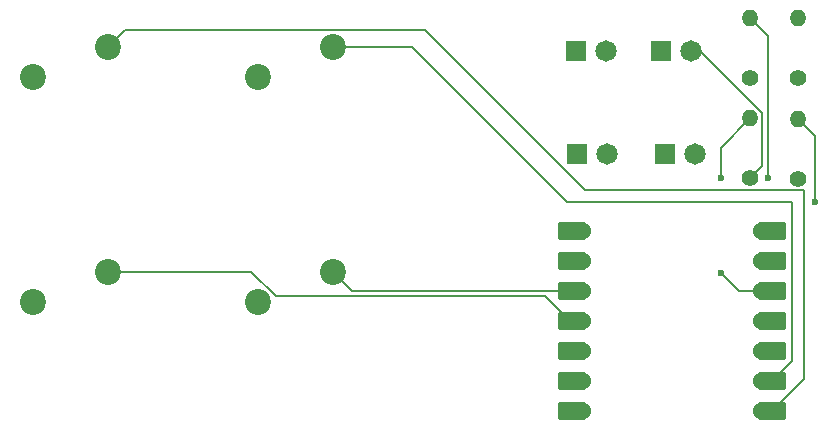
<source format=gtl>
%TF.GenerationSoftware,KiCad,Pcbnew,8.0.7*%
%TF.CreationDate,2025-06-28T19:36:39+10:00*%
%TF.ProjectId,fidget,66696467-6574-42e6-9b69-6361645f7063,rev?*%
%TF.SameCoordinates,Original*%
%TF.FileFunction,Copper,L1,Top*%
%TF.FilePolarity,Positive*%
%FSLAX46Y46*%
G04 Gerber Fmt 4.6, Leading zero omitted, Abs format (unit mm)*
G04 Created by KiCad (PCBNEW 8.0.7) date 2025-06-28 19:36:39*
%MOMM*%
%LPD*%
G01*
G04 APERTURE LIST*
G04 Aperture macros list*
%AMRoundRect*
0 Rectangle with rounded corners*
0 $1 Rounding radius*
0 $2 $3 $4 $5 $6 $7 $8 $9 X,Y pos of 4 corners*
0 Add a 4 corners polygon primitive as box body*
4,1,4,$2,$3,$4,$5,$6,$7,$8,$9,$2,$3,0*
0 Add four circle primitives for the rounded corners*
1,1,$1+$1,$2,$3*
1,1,$1+$1,$4,$5*
1,1,$1+$1,$6,$7*
1,1,$1+$1,$8,$9*
0 Add four rect primitives between the rounded corners*
20,1,$1+$1,$2,$3,$4,$5,0*
20,1,$1+$1,$4,$5,$6,$7,0*
20,1,$1+$1,$6,$7,$8,$9,0*
20,1,$1+$1,$8,$9,$2,$3,0*%
G04 Aperture macros list end*
%TA.AperFunction,ComponentPad*%
%ADD10C,2.200000*%
%TD*%
%TA.AperFunction,ComponentPad*%
%ADD11C,1.400000*%
%TD*%
%TA.AperFunction,ComponentPad*%
%ADD12O,1.400000X1.400000*%
%TD*%
%TA.AperFunction,ComponentPad*%
%ADD13C,1.815000*%
%TD*%
%TA.AperFunction,ComponentPad*%
%ADD14R,1.815000X1.815000*%
%TD*%
%TA.AperFunction,SMDPad,CuDef*%
%ADD15RoundRect,0.152400X-1.063600X-0.609600X1.063600X-0.609600X1.063600X0.609600X-1.063600X0.609600X0*%
%TD*%
%TA.AperFunction,ComponentPad*%
%ADD16C,1.524000*%
%TD*%
%TA.AperFunction,SMDPad,CuDef*%
%ADD17RoundRect,0.152400X1.063600X0.609600X-1.063600X0.609600X-1.063600X-0.609600X1.063600X-0.609600X0*%
%TD*%
%TA.AperFunction,ViaPad*%
%ADD18C,0.600000*%
%TD*%
%TA.AperFunction,Conductor*%
%ADD19C,0.200000*%
%TD*%
G04 APERTURE END LIST*
D10*
%TO.P,SW1,1,1*%
%TO.N,button1*%
X98107500Y-75882500D03*
%TO.P,SW1,2,2*%
%TO.N,GND*%
X91757500Y-78422500D03*
%TD*%
D11*
%TO.P,R3,1*%
%TO.N,Net-(D3-PadA)*%
X156501250Y-78540000D03*
D12*
%TO.P,R3,2*%
%TO.N,led3*%
X156501250Y-73460000D03*
%TD*%
D11*
%TO.P,R1,1*%
%TO.N,Net-(D1-PadA)*%
X152501250Y-78540000D03*
D12*
%TO.P,R1,2*%
%TO.N,led1*%
X152501250Y-73460000D03*
%TD*%
D13*
%TO.P,D2,A*%
%TO.N,Net-(D2-PadA)*%
X147501250Y-76200000D03*
D14*
%TO.P,D2,C*%
%TO.N,GND*%
X144961250Y-76200000D03*
%TD*%
D13*
%TO.P,D1,A*%
%TO.N,Net-(D1-PadA)*%
X140270000Y-76200000D03*
D14*
%TO.P,D1,C*%
%TO.N,GND*%
X137730000Y-76200000D03*
%TD*%
D15*
%TO.P,U1,1,GPIO26/ADC0/A0*%
%TO.N,button1*%
X154336250Y-106700000D03*
D16*
X153501250Y-106700000D03*
D15*
%TO.P,U1,2,GPIO27/ADC1/A1*%
%TO.N,button2*%
X154336250Y-104160000D03*
D16*
X153501250Y-104160000D03*
D15*
%TO.P,U1,3,GPIO28/ADC2/A2*%
%TO.N,unconnected-(U1-GPIO28{slash}ADC2{slash}A2-Pad3)*%
X154336250Y-101620000D03*
D16*
%TO.N,unconnected-(U1-GPIO28{slash}ADC2{slash}A2-Pad3)_1*%
X153501250Y-101620000D03*
D15*
%TO.P,U1,4,GPIO29/ADC3/A3*%
%TO.N,led1*%
X154336250Y-99080000D03*
D16*
X153501250Y-99080000D03*
D15*
%TO.P,U1,5,GPIO6/SDA*%
%TO.N,led2*%
X154336250Y-96540000D03*
D16*
X153501250Y-96540000D03*
D15*
%TO.P,U1,6,GPIO7/SCL*%
%TO.N,led4*%
X154336250Y-94000000D03*
D16*
X153501250Y-94000000D03*
D15*
%TO.P,U1,7,GPIO0/TX*%
%TO.N,led3*%
X154336250Y-91460000D03*
D16*
X153501250Y-91460000D03*
%TO.P,U1,8,GPIO1/RX*%
%TO.N,unconnected-(U1-GPIO1{slash}RX-Pad8)*%
X138261250Y-91460000D03*
D17*
%TO.N,unconnected-(U1-GPIO1{slash}RX-Pad8)_1*%
X137426250Y-91460000D03*
D16*
%TO.P,U1,9,GPIO2/SCK*%
%TO.N,unconnected-(U1-GPIO2{slash}SCK-Pad9)_1*%
X138261250Y-94000000D03*
D17*
%TO.N,unconnected-(U1-GPIO2{slash}SCK-Pad9)*%
X137426250Y-94000000D03*
D16*
%TO.P,U1,10,GPIO4/MISO*%
%TO.N,button4*%
X138261250Y-96540000D03*
D17*
X137426250Y-96540000D03*
D16*
%TO.P,U1,11,GPIO3/MOSI*%
%TO.N,button3*%
X138261250Y-99080000D03*
D17*
X137426250Y-99080000D03*
D16*
%TO.P,U1,12,3V3*%
%TO.N,unconnected-(U1-3V3-Pad12)_1*%
X138261250Y-101620000D03*
D17*
%TO.N,unconnected-(U1-3V3-Pad12)*%
X137426250Y-101620000D03*
D16*
%TO.P,U1,13,GND*%
%TO.N,GND*%
X138261250Y-104160000D03*
D17*
X137426250Y-104160000D03*
D16*
%TO.P,U1,14,VBUS*%
%TO.N,unconnected-(U1-VBUS-Pad14)_1*%
X138261250Y-106700000D03*
D17*
%TO.N,unconnected-(U1-VBUS-Pad14)*%
X137426250Y-106700000D03*
%TD*%
D10*
%TO.P,SW4,1,1*%
%TO.N,button4*%
X117157500Y-94932500D03*
%TO.P,SW4,2,2*%
%TO.N,GND*%
X110807500Y-97472500D03*
%TD*%
D11*
%TO.P,R2,1*%
%TO.N,Net-(D2-PadA)*%
X152501250Y-87000000D03*
D12*
%TO.P,R2,2*%
%TO.N,led2*%
X152501250Y-81920000D03*
%TD*%
D13*
%TO.P,D3,A*%
%TO.N,Net-(D3-PadA)*%
X140400000Y-85000000D03*
D14*
%TO.P,D3,C*%
%TO.N,GND*%
X137860000Y-85000000D03*
%TD*%
D10*
%TO.P,SW3,1,1*%
%TO.N,button3*%
X98107500Y-94932500D03*
%TO.P,SW3,2,2*%
%TO.N,GND*%
X91757500Y-97472500D03*
%TD*%
%TO.P,SW2,1,1*%
%TO.N,button2*%
X117157500Y-75882500D03*
%TO.P,SW2,2,2*%
%TO.N,GND*%
X110807500Y-78422500D03*
%TD*%
D13*
%TO.P,D4,A*%
%TO.N,Net-(D4-PadA)*%
X147770000Y-85000000D03*
D14*
%TO.P,D4,C*%
%TO.N,GND*%
X145230000Y-85000000D03*
%TD*%
D11*
%TO.P,R4,1*%
%TO.N,Net-(D4-PadA)*%
X156501250Y-87040000D03*
D12*
%TO.P,R4,2*%
%TO.N,led4*%
X156501250Y-81960000D03*
%TD*%
D18*
%TO.N,led1*%
X154000000Y-87000000D03*
%TO.N,led2*%
X150000000Y-87000000D03*
X150000000Y-95000000D03*
%TO.N,led4*%
X158000000Y-89000000D03*
%TD*%
D19*
%TO.N,Net-(D2-PadA)*%
X148195464Y-76200000D02*
X153501250Y-81505786D01*
X153501250Y-81505786D02*
X153501250Y-86000000D01*
X147501250Y-76200000D02*
X148195464Y-76200000D01*
X153501250Y-86000000D02*
X152501250Y-87000000D01*
%TO.N,led1*%
X154000000Y-74958750D02*
X154000000Y-87000000D01*
X152501250Y-73460000D02*
X154000000Y-74958750D01*
%TO.N,led2*%
X151540000Y-96540000D02*
X153501250Y-96540000D01*
X152501250Y-81920000D02*
X150000000Y-84421250D01*
X150000000Y-95000000D02*
X151540000Y-96540000D01*
X150000000Y-84421250D02*
X150000000Y-87000000D01*
%TO.N,button1*%
X157000000Y-104036250D02*
X154336250Y-106700000D01*
X156960000Y-88040000D02*
X157000000Y-88000000D01*
X138485000Y-88040000D02*
X156960000Y-88040000D01*
X98107500Y-75882500D02*
X99507500Y-74482500D01*
X124927500Y-74482500D02*
X138485000Y-88040000D01*
X99507500Y-74482500D02*
X124927500Y-74482500D01*
X157000000Y-88000000D02*
X157000000Y-104036250D01*
%TO.N,button2*%
X137000000Y-89000000D02*
X156000000Y-89000000D01*
X156000000Y-89000000D02*
X156000000Y-102496250D01*
X117157500Y-75882500D02*
X123882500Y-75882500D01*
X123882500Y-75882500D02*
X137000000Y-89000000D01*
X156000000Y-102496250D02*
X154336250Y-104160000D01*
%TO.N,button3*%
X137183620Y-99080000D02*
X138261250Y-99080000D01*
X110247399Y-94932500D02*
X112314899Y-97000000D01*
X135103620Y-97000000D02*
X137183620Y-99080000D01*
X112314899Y-97000000D02*
X135103620Y-97000000D01*
X98107500Y-94932500D02*
X110247399Y-94932500D01*
%TO.N,led4*%
X156501250Y-81960000D02*
X158000000Y-83458750D01*
X158000000Y-83458750D02*
X158000000Y-89000000D01*
%TO.N,button4*%
X118765000Y-96540000D02*
X138261250Y-96540000D01*
X117157500Y-94932500D02*
X118765000Y-96540000D01*
%TD*%
M02*

</source>
